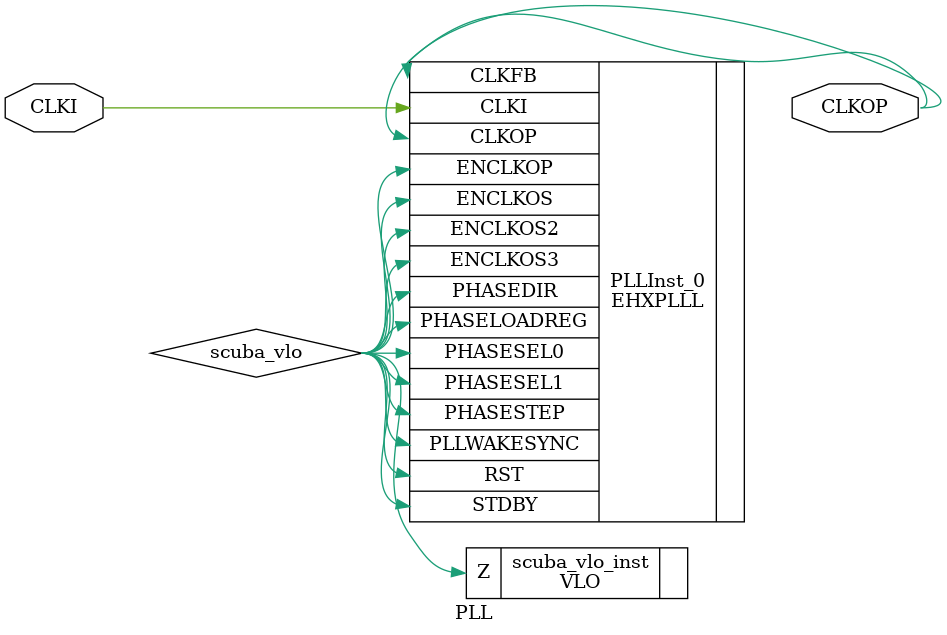
<source format=v>

module PLL (CLKI, CLKOP) /* synthesis NGD_DRC_MASK=1, syn_module_defined=1 */ ;   // /home/user/Master Thesis/1bitSDR/1bitSDRLatticeTest/IP/PLL/PLL.v(8[8:11])
    input CLKI;   // /home/user/Master Thesis/1bitSDR/1bitSDRLatticeTest/IP/PLL/PLL.v(9[16:20])
    output CLKOP;   // /home/user/Master Thesis/1bitSDR/1bitSDRLatticeTest/IP/PLL/PLL.v(10[17:22])
    
    wire CLKI /* synthesis is_clock=1 */ ;   // /home/user/Master Thesis/1bitSDR/1bitSDRLatticeTest/IP/PLL/PLL.v(9[16:20])
    wire CLKOP /* synthesis is_clock=1 */ ;   // /home/user/Master Thesis/1bitSDR/1bitSDRLatticeTest/IP/PLL/PLL.v(10[17:22])
    
    wire scuba_vlo, VCC_net;
    
    VLO scuba_vlo_inst (.Z(scuba_vlo));
    EHXPLLL PLLInst_0 (.CLKI(CLKI), .CLKFB(CLKOP), .PHASESEL0(scuba_vlo), 
            .PHASESEL1(scuba_vlo), .PHASEDIR(scuba_vlo), .PHASESTEP(scuba_vlo), 
            .PHASELOADREG(scuba_vlo), .STDBY(scuba_vlo), .PLLWAKESYNC(scuba_vlo), 
            .RST(scuba_vlo), .ENCLKOP(scuba_vlo), .ENCLKOS(scuba_vlo), 
            .ENCLKOS2(scuba_vlo), .ENCLKOS3(scuba_vlo), .CLKOP(CLKOP)) /* synthesis FREQUENCY_PIN_CLKOP="83.333333", FREQUENCY_PIN_CLKI="25.000000", ICP_CURRENT="5", LPF_RESISTOR="16", syn_instantiated=1 */ ;
    defparam PLLInst_0.CLKI_DIV = 3;
    defparam PLLInst_0.CLKFB_DIV = 10;
    defparam PLLInst_0.CLKOP_DIV = 7;
    defparam PLLInst_0.CLKOS_DIV = 1;
    defparam PLLInst_0.CLKOS2_DIV = 1;
    defparam PLLInst_0.CLKOS3_DIV = 1;
    defparam PLLInst_0.CLKOP_ENABLE = "ENABLED";
    defparam PLLInst_0.CLKOS_ENABLE = "DISABLED";
    defparam PLLInst_0.CLKOS2_ENABLE = "DISABLED";
    defparam PLLInst_0.CLKOS3_ENABLE = "DISABLED";
    defparam PLLInst_0.CLKOP_CPHASE = 6;
    defparam PLLInst_0.CLKOS_CPHASE = 0;
    defparam PLLInst_0.CLKOS2_CPHASE = 0;
    defparam PLLInst_0.CLKOS3_CPHASE = 0;
    defparam PLLInst_0.CLKOP_FPHASE = 0;
    defparam PLLInst_0.CLKOS_FPHASE = 0;
    defparam PLLInst_0.CLKOS2_FPHASE = 0;
    defparam PLLInst_0.CLKOS3_FPHASE = 0;
    defparam PLLInst_0.FEEDBK_PATH = "CLKOP";
    defparam PLLInst_0.CLKOP_TRIM_POL = "FALLING";
    defparam PLLInst_0.CLKOP_TRIM_DELAY = 0;
    defparam PLLInst_0.CLKOS_TRIM_POL = "FALLING";
    defparam PLLInst_0.CLKOS_TRIM_DELAY = 0;
    defparam PLLInst_0.OUTDIVIDER_MUXA = "DIVA";
    defparam PLLInst_0.OUTDIVIDER_MUXB = "DIVB";
    defparam PLLInst_0.OUTDIVIDER_MUXC = "DIVC";
    defparam PLLInst_0.OUTDIVIDER_MUXD = "DIVD";
    defparam PLLInst_0.PLL_LOCK_MODE = 0;
    defparam PLLInst_0.PLL_LOCK_DELAY = 200;
    defparam PLLInst_0.STDBY_ENABLE = "DISABLED";
    defparam PLLInst_0.REFIN_RESET = "DISABLED";
    defparam PLLInst_0.SYNC_ENABLE = "DISABLED";
    defparam PLLInst_0.INT_LOCK_STICKY = "ENABLED";
    defparam PLLInst_0.DPHASE_SOURCE = "DISABLED";
    defparam PLLInst_0.PLLRST_ENA = "DISABLED";
    defparam PLLInst_0.INTFB_WAKE = "DISABLED";
    PUR PUR_INST (.PUR(VCC_net));
    defparam PUR_INST.RST_PULSE = 1;
    VHI i48 (.Z(VCC_net));
    GSR GSR_INST (.GSR(VCC_net));
    
endmodule
//
// Verilog Description of module PUR
// module not written out since it is a black-box. 
//


</source>
